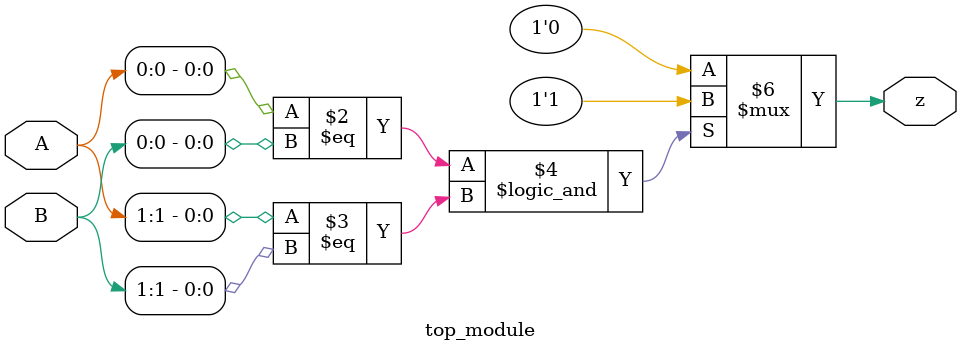
<source format=sv>
module top_module(
    input [1:0] A,
    input [1:0] B,
    output reg z);

    always @* begin
        if(A[0] == B[0] && A[1] == B[1]) begin
            z = 1;
        end 
        else begin
            z = 0;
        end
    end

endmodule

</source>
